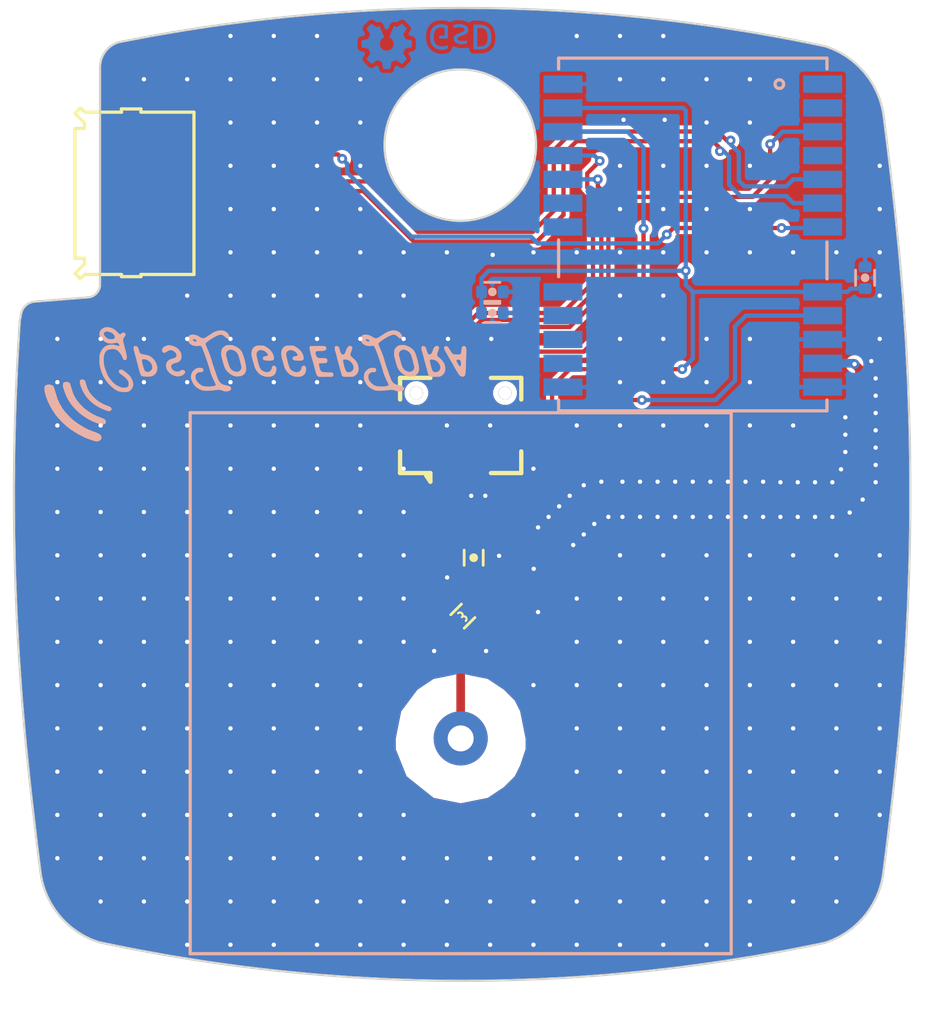
<source format=kicad_pcb>
(kicad_pcb (version 20221018) (generator pcbnew)
  (title_block (date "2016-07-15"))
  (layers (0 "F.Cu" signal) (1 "In1.Cu" signal) (2 "In2.Cu" signal) (31 "B.Cu" signal) (34 "B.Paste" user) (35 "F.Paste" user) (36 "B.SilkS" user "B.Silkscreen") (37 "F.SilkS" user "F.Silkscreen") (38 "B.Mask" user) (39 "F.Mask" user) (44 "Edge.Cuts" user))
  (net 0 "")
  (net 1 "GND")
  (net 2 "Net-(FLT1-Pad3)")
  (net 3 "Net-(U1-Pad1)")
  (net 4 "Net-(U1-Pad2)")
  (net 5 "Net-(U1-Pad4)")
  (net 6 "+3V3")
  (net 7 "Net-(U1-Pad14)")
  (net 8 "Net-(U1-Pad15)")
  (net 9 "Net-(U1-Pad16)")
  (net 10 "Net-(U1-Pad17)")
  (net 11 "Net-(U1-Pad18)")
  (net 12 "Net-(U1-Pad19)")
  (net 13 "Net-(J1-Pad10)")
  (net 14 "Net-(ANT1-Pad1)")
  (net 15 "Net-(J1-Pad5)")
  (net 16 "Net-(J1-Pad8)")
  (net 17 "/TX")
  (net 18 "/RX")
  (net 19 "/PPS")
  (net 20 "Net-(C4-Pad1)")
  (net 21 "Net-(FLT1-Pad1)")
  (net 22 "Net-(FLT2-Pad3)")
  (net 23 "Net-(L1-Pad1)")
  (net 24 "Net-(J2-Pad4)")
  (net 25 "/DATA_P")
  (net 26 "/DATA_N")
  (net 27 "Net-(J2-Pad1)")
  (footprint "gkl_conn:DF12(3.0)-10DS-0.5V(86)" (layer "F.Cu") (at 108.1 88.640852)
    (fp_text reference "J1")
    (fp_text value "JST DF12 10P")
  )
  (footprint "gkl_housings_son:SAW-5" (layer "F.Cu") (at 111.95 96.103352)
    (fp_text reference "FLT1" hide)
    (fp_text value "SF1186G" hide)
  )
  (footprint "gkl_housings_son:XSON6" (layer "F.Cu") (at 110.25 96.603352 -90)
    (fp_text reference "U2")
    (fp_text value "BGU7007")
  )
  (footprint "pkl_dipol:C_0402" (layer "F.Cu") (at 108.7 94.753352 90)
    (fp_text reference "C4")
    (fp_text value "1nF")
  )
  (footprint "gkl_housings_son:SAW-5" (layer "F.Cu") (at 108.1 99.253352 90)
    (fp_text reference "FLT2" hide)
    (fp_text value "SF1186G" hide)
  )
  (footprint "pkl_dipol:L_0402" (layer "F.Cu") (at 108.2 97.453352 -135)
    (fp_text reference "L1")
    (fp_text value "5.6nH")
  )
  (footprint "Connector_USB_Micro_B_SMD" (layer "F.Cu") (at 92.875 77.9125 180)
    (fp_text reference "J2")
    (fp_text value "USB_OTG")
  )
  (footprint "gkl_ublox:NEO-M8" (layer "B.Cu") (at 118.825 79.865852)
    (fp_text reference "U1")
    (fp_text value "NEO_M8")
  )
  (footprint "gkl_antenna:GPS_ANT" (layer "B.Cu") (at 108.1 103.103352 180)
    (fp_text reference "ANT1")
    (fp_text value "pkl_PATCH_ANTENNA")
  )
  (footprint "gkl_logos:gsd_logo_small" (layer "B.Cu") (at 108.1 70.603352)
    (fp_text reference "G***" hide)
    (fp_text value "LOGO" hide)
  )
  (footprint "gkl_logos:oshw_small" (layer "B.Cu") (at 104.6875 71.090852)
    (fp_text reference "G***" hide)
    (fp_text value "LOGO" hide)
  )
  (footprint "pkl_dipol:C_0402" (layer "B.Cu") (at 109.5625 83.440852)
    (fp_text reference "C1")
    (fp_text value "10nF")
  )
  (footprint "pkl_dipol:C_0402" (layer "B.Cu") (at 109.5625 82.465852)
    (fp_text reference "C2")
    (fp_text value "100nF")
  )
  (footprint "pkl_dipol:C_0402" (layer "B.Cu") (at 126.7875 81.815852 90)
    (fp_text reference "C3")
    (fp_text value "100nF")
  )
  (footprint "LOGO" (layer "B.Cu") (at 98.613241 86.740915 90)
    (fp_text reference "G***" hide)
    (fp_text value "LOGO" hide)
  )
  (gr_circle (center 108.080119 75.684581) (end 111.580119 75.684581) (stroke (width 0.1)) (fill none) (layer "Edge.Cuts"))
  (gr_arc (start 87.7959 83.442726) (mid 88.044211 83.060756) (end 88.475 82.9125) (stroke (width 0.1)) (layer "Edge.Cuts"))
  (gr_arc (start 88.692675 109.359319) (mid 88.41949 107.141316) (end 88.166428 104.920928) (stroke (width 0.1)) (layer "Edge.Cuts"))
  (gr_arc (start 128.13731 105.105737) (mid 127.888139 107.250403) (end 127.620189 109.392804) (stroke (width 0.1)) (layer "Edge.Cuts"))
  (gr_arc (start 124.958496 71.119507) (mid 126.7462 72.318322) (end 127.636746 74.277907) (stroke (width 0.1)) (layer "Edge.Cuts"))
  (gr_arc (start 108.173391 69.344324) (mid 116.612305 69.793549) (end 124.958496 71.119507) (stroke (width 0.1)) (layer "Edge.Cuts"))
  (gr_line (start 90.834678 82.72293) (end 88.475 82.9125) (stroke (width 0.1)) (layer "Edge.Cuts"))
  (gr_arc (start 127.620189 109.392804) (mid 126.727796 111.351549) (end 124.938961 112.548677) (stroke (width 0.1)) (layer "Edge.Cuts"))
  (gr_arc (start 91.434678 82.12293) (mid 91.258942 82.547194) (end 90.834678 82.72293) (stroke (width 0.1)) (layer "Edge.Cuts"))
  (gr_arc (start 88.166428 104.920927) (mid 87.481102 94.37813) (end 87.725741 83.815915) (stroke (width 0.1)) (layer "Edge.Cuts"))
  (gr_arc (start 92.275017 70.932833) (mid 100.184954 69.745749) (end 108.173391 69.344324) (stroke (width 0.1)) (layer "Edge.Cuts"))
  (gr_line (start 87.7959 83.442726) (end 87.725741 83.815915) (stroke (width 0.1)) (layer "Edge.Cuts"))
  (gr_line (start 91.434678 72.12293) (end 91.434678 82.12293) (stroke (width 0.1)) (layer "Edge.Cuts"))
  (gr_arc (start 108.152189 114.30803) (mid 99.713627 113.852245) (end 91.368469 112.519799) (stroke (width 0.1)) (layer "Edge.Cuts"))
  (gr_arc (start 124.938961 112.548677) (mid 116.591523 113.866764) (end 108.152189 114.30803) (stroke (width 0.1)) (layer "Edge.Cuts"))
  (gr_arc (start 128.149824 78.56546) (mid 128.87956 91.835946) (end 128.13731 105.105737) (stroke (width 0.1)) (layer "Edge.Cuts"))
  (gr_arc (start 91.434678 72.12293) (mid 91.656929 71.388129) (end 92.275017 70.932833) (stroke (width 0.1)) (layer "Edge.Cuts"))
  (gr_arc (start 91.368469 112.519799) (mid 89.581697 111.319595) (end 88.692675 109.359319) (stroke (width 0.1)) (layer "Edge.Cuts"))
  (gr_arc (start 127.636746 74.277907) (mid 127.902676 76.42056) (end 128.149824 78.56546) (stroke (width 0.1)) (layer "Edge.Cuts"))
  (segment (start 92.875 79.1125) (end 92.875 79.1125) (width 0.25) (layer "F.Cu") (net 1))
  (segment (start 92.875 76.7125) (end 92.875 76.7125) (width 0.25) (layer "F.Cu") (net 1))
  (segment (start 92.875 74.1125) (end 92.875 74.1125) (width 0.25) (layer "F.Cu") (net 1))
  (segment (start 92.875 81.7125) (end 92.875 83.765174) (width 0.25) (layer "F.Cu") (net 1))
  (segment (start 95.425 81.0125) (end 95.425 82.603352) (width 0.25) (layer "F.Cu") (net 1))
  (segment (start 95.425 74.715915) (end 95.425 72.678352) (width 0.25) (layer "F.Cu") (net 1))
  (segment (start 111.0375 97.103352) (end 111.275 96.865852) (width 0.2) (layer "F.Cu") (net 1))
  (segment (start 96.890852 79.2125) (end 97.4625 78.640852) (width 0.2) (layer "F.Cu") (net 1))
  (segment (start 111.95 96.353352) (end 111.95 96.990852) (width 0.2) (layer "F.Cu") (net 1))
  (segment (start 95.425 72.678352) (end 95.4625 72.640852) (width 0.25) (layer "F.Cu") (net 1))
  (segment (start 110.55 97.103352) (end 111.0375 97.103352) (width 0.2) (layer "F.Cu") (net 1))
  (segment (start 92.875 79.1125) (end 92.875 76.7125) (width 0.25) (layer "F.Cu") (net 1))
  (segment (start 112.335 96.353352) (end 112.335 96.805852) (width 0.2) (layer "F.Cu") (net 1))
  (segment (start 108.6 91.878352) (end 108.5875 91.890852) (width 0.2) (layer "F.Cu") (net 1))
  (segment (start 109.1 91.753352) (end 109.2375 91.890852) (width 0.2) (layer "F.Cu") (net 1))
  (segment (start 95.425 74.8125) (end 95.425 74.715915) (width 0.25) (layer "F.Cu") (net 1))
  (segment (start 111.6875 95.265852) (end 111.475 95.265852) (width 0.2) (layer "F.Cu") (net 1))
  (segment (start 92.875 81.7125) (end 92.875 79.1125) (width 0.25) (layer "F.Cu") (net 1))
  (segment (start 107.0625 99.253352) (end 106.875 99.065852) (width 0.2) (layer "F.Cu") (net 1))
  (segment (start 92.875 81.7125) (end 92.875 81.7125) (width 0.25) (layer "F.Cu") (net 1))
  (segment (start 107.85 99.253352) (end 107.0625 99.253352) (width 0.2) (layer "F.Cu") (net 1))
  (segment (start 92.875 74.1125) (end 92.875 72.491656) (width 0.25) (layer "F.Cu") (net 1))
  (segment (start 110.55 96.603352) (end 111.0125 96.603352) (width 0.2) (layer "F.Cu") (net 1))
  (segment (start 108.35 99.253352) (end 109.0875 99.253352) (width 0.2) (layer "F.Cu") (net 1))
  (segment (start 92.875 76.7125) (end 92.875 74.1125) (width 0.25) (layer "F.Cu") (net 1))
  (segment (start 111.95 95.853352) (end 111.95 95.528352) (width 0.2) (layer "F.Cu") (net 1))
  (segment (start 95.55 79.2125) (end 96.890852 79.2125) (width 0.2) (layer "F.Cu") (net 1))
  (segment (start 108.7 94.253352) (end 109.4625 94.253352) (width 0.2) (layer "F.Cu") (net 1))
  (segment (start 108.6 90.440852) (end 108.6 91.878352) (width 0.2) (layer "F.Cu") (net 1))
  (segment (start 95.425 81.0125) (end 95.425 81.0125) (width 0.25) (layer "F.Cu") (net 1))
  (segment (start 112.15 96.990852) (end 111.95 96.990852) (width 0.2) (layer "F.Cu") (net 1))
  (segment (start 109.0875 99.253352) (end 109.275 99.065852) (width 0.2) (layer "F.Cu") (net 1))
  (segment (start 112.335 96.805852) (end 112.15 96.990852) (width 0.2) (layer "F.Cu") (net 1))
  (segment (start 111.0125 96.603352) (end 111.275 96.865852) (width 0.2) (layer "F.Cu") (net 1))
  (segment (start 111.95 95.528352) (end 111.6875 95.265852) (width 0.2) (layer "F.Cu") (net 1))
  (segment (start 111.95 96.990852) (end 111.675 97.265852) (width 0.2) (layer "F.Cu") (net 1))
  (segment (start 95.425 82.603352) (end 95.4625 82.640852) (width 0.25) (layer "F.Cu") (net 1))
  (segment (start 109.0775 98.868352) (end 109.275 99.065852) (width 0.2) (layer "F.Cu") (net 1))
  (segment (start 109.1 90.440852) (end 109.1 91.753352) (width 0.2) (layer "F.Cu") (net 1))
  (segment (start 109.4625 94.253352) (end 109.875 94.665852) (width 0.2) (layer "F.Cu") (net 1))
  (segment (start 108.35 98.868352) (end 109.0775 98.868352) (width 0.2) (layer "F.Cu") (net 1))
  (segment (start 111.275 96.865852) (end 111.675 97.265852) (width 0.2) (layer "F.Cu") (net 1))
  (via (at 95.4625 112.640852) (size 0.45) (drill 0.2) (layers "F.Cu" "B.Cu") (net 1))
  (via (at 97.4625 112.640852) (size 0.45) (drill 0.2) (layers "F.Cu" "B.Cu") (net 1))
  (via (at 99.4625 112.640852) (size 0.45) (drill 0.2) (layers "F.Cu" "B.Cu") (net 1))
  (via (at 101.4625 112.640852) (size 0.45) (drill 0.2) (layers "F.Cu" "B.Cu") (net 1))
  (via (at 103.4625 112.640852) (size 0.45) (drill 0.2) (layers "F.Cu" "B.Cu") (net 1))
  (via (at 105.4625 112.640852) (size 0.45) (drill 0.2) (layers "F.Cu" "B.Cu") (net 1))
  (via (at 107.4625 112.640852) (size 0.45) (drill 0.2) (layers "F.Cu" "B.Cu") (net 1))
  (via (at 109.4625 112.640852) (size 0.45) (drill 0.2) (layers "F.Cu" "B.Cu") (net 1))
  (via (at 111.4625 112.640852) (size 0.45) (drill 0.2) (layers "F.Cu" "B.Cu") (net 1))
  (via (at 113.4625 112.640852) (size 0.45) (drill 0.2) (layers "F.Cu" "B.Cu") (net 1))
  (via (at 115.4625 112.640852) (size 0.45) (drill 0.2) (layers "F.Cu" "B.Cu") (net 1))
  (via (at 117.4625 112.640852) (size 0.45) (drill 0.2) (layers "F.Cu" "B.Cu") (net 1))
  (via (at 119.4625 112.640852) (size 0.45) (drill 0.2) (layers "F.Cu" "B.Cu") (net 1))
  (via (at 121.4625 112.640852) (size 0.45) (drill 0.2) (layers "F.Cu" "B.Cu") (net 1))
  (via (at 91.4625 110.640852) (size 0.45) (drill 0.2) (layers "F.Cu" "B.Cu") (net 1))
  (via (at 93.4625 110.640852) (size 0.45) (drill 0.2) (layers "F.Cu" "B.Cu") (net 1))
  (via (at 95.4625 110.640852) (size 0.45) (drill 0.2) (layers "F.Cu" "B.Cu") (net 1))
  (via (at 97.4625 110.640852) (size 0.45) (drill 0.2) (layers "F.Cu" "B.Cu") (net 1))
  (via (at 99.4625 110.640852) (size 0.45) (drill 0.2) (layers "F.Cu" "B.Cu") (net 1))
  (via (at 101.4625 110.640852) (size 0.45) (drill 0.2) (layers "F.Cu" "B.Cu") (net 1))
  (via (at 103.4625 110.640852) (size 0.45) (drill 0.2) (layers "F.Cu" "B.Cu") (net 1))
  (via (at 105.4625 110.640852) (size 0.45) (drill 0.2) (layers "F.Cu" "B.Cu") (net 1))
  (via (at 107.4625 110.640852) (size 0.45) (drill 0.2) (layers "F.Cu" "B.Cu") (net 1))
  (via (at 109.4625 110.640852) (size 0.45) (drill 0.2) (layers "F.Cu" "B.Cu") (net 1))
  (via (at 111.4625 110.640852) (size 0.45) (drill 0.2) (layers "F.Cu" "B.Cu") (net 1))
  (via (at 113.4625 110.640852) (size 0.45) (drill 0.2) (layers "F.Cu" "B.Cu") (net 1))
  (via (at 115.4625 110.640852) (size 0.45) (drill 0.2) (layers "F.Cu" "B.Cu") (net 1))
  (via (at 117.4625 110.640852) (size 0.45) (drill 0.2) (layers "F.Cu" "B.Cu") (net 1))
  (via (at 119.4625 110.640852) (size 0.45) (drill 0.2) (layers "F.Cu" "B.Cu") (net 1))
  (via (at 121.4625 110.640852) (size 0.45) (drill 0.2) (layers "F.Cu" "B.Cu") (net 1))
  (via (at 123.4625 110.640852) (size 0.45) (drill 0.2) (layers "F.Cu" "B.Cu") (net 1))
  (via (at 125.4625 110.640852) (size 0.45) (drill 0.2) (layers "F.Cu" "B.Cu") (net 1))
  (via (at 89.4625 108.640852) (size 0.45) (drill 0.2) (layers "F.Cu" "B.Cu") (net 1))
  (via (at 91.4625 108.640852) (size 0.45) (drill 0.2) (layers "F.Cu" "B.Cu") (net 1))
  (via (at 93.4625 108.640852) (size 0.45) (drill 0.2) (layers "F.Cu" "B.Cu") (net 1))
  (via (at 95.4625 108.640852) (size 0.45) (drill 0.2) (layers "F.Cu" "B.Cu") (net 1))
  (via (at 97.4625 108.640852) (size 0.45) (drill 0.2) (layers "F.Cu" "B.Cu") (net 1))
  (via (at 99.4625 108.640852) (size 0.45) (drill 0.2) (layers "F.Cu" "B.Cu") (net 1))
  (via (at 101.4625 108.640852) (size 0.45) (drill 0.2) (layers "F.Cu" "B.Cu") (net 1))
  (via (at 103.4625 108.640852) (size 0.45) (drill 0.2) (layers "F.Cu" "B.Cu") (net 1))
  (via (at 105.4625 108.640852) (size 0.45) (drill 0.2) (layers "F.Cu" "B.Cu") (net 1))
  (via (at 107.4625 108.640852) (size 0.45) (drill 0.2) (layers "F.Cu" "B.Cu") (net 1))
  (via (at 109.4625 108.640852) (size 0.45) (drill 0.2) (layers "F.Cu" "B.Cu") (net 1))
  (via (at 111.4625 108.640852) (size 0.45) (drill 0.2) (layers "F.Cu" "B.Cu") (net 1))
  (via (at 113.4625 108.640852) (size 0.45) (drill 0.2) (layers "F.Cu" "B.Cu") (net 1))
  (via (at 115.4625 108.640852) (size 0.45) (drill 0.2) (layers "F.Cu" "B.Cu") (net 1))
  (via (at 117.4625 108.640852) (size 0.45) (drill 0.2) (layers "F.Cu" "B.Cu") (net 1))
  (via (at 119.4625 108.640852) (size 0.45) (drill 0.2) (layers "F.Cu" "B.Cu") (net 1))
  (via (at 121.4625 108.640852) (size 0.45) (drill 0.2) (layers "F.Cu" "B.Cu") (net 1))
  (via (at 123.4625 108.640852) (size 0.45) (drill 0.2) (layers "F.Cu" "B.Cu") (net 1))
  (via (at 125.4625 108.640852) (size 0.45) (drill 0.2) (layers "F.Cu" "B.Cu") (net 1))
  (via (at 89.4625 106.640852) (size 0.45) (drill 0.2) (layers "F.Cu" "B.Cu") (net 1))
  (via (at 91.4625 106.640852) (size 0.45) (drill 0.2) (layers "F.Cu" "B.Cu") (net 1))
  (via (at 93.4625 106.640852) (size 0.45) (drill 0.2) (layers "F.Cu" "B.Cu") (net 1))
  (via (at 95.4625 106.640852) (size 0.45) (drill 0.2) (layers "F.Cu" "B.Cu") (net 1))
  (via (at 97.4625 106.640852) (size 0.45) (drill 0.2) (layers "F.Cu" "B.Cu") (net 1))
  (via (at 99.4625 106.640852) (size 0.45) (drill 0.2) (layers "F.Cu" "B.Cu") (net 1))
  (via (at 101.4625 106.640852) (size 0.45) (drill 0.2) (layers "F.Cu" "B.Cu") (net 1))
  (via (at 103.4625 106.640852) (size 0.45) (drill 0.2) (layers "F.Cu" "B.Cu") (net 1))
  (via (at 105.4625 106.640852) (size 0.45) (drill 0.2) (layers "F.Cu" "B.Cu") (net 1))
  (via (at 111.4625 106.640852) (size 0.45) (drill 0.2) (layers "F.Cu" "B.Cu") (net 1))
  (via (at 113.4625 106.640852) (size 0.45) (drill 0.2) (layers "F.Cu" "B.Cu") (net 1))
  (via (at 115.4625 106.640852) (size 0.45) (drill 0.2) (layers "F.Cu" "B.Cu") (net 1))
  (via (at 117.4625 106.640852) (size 0.45) (drill 0.2) (layers "F.Cu" "B.Cu") (net 1))
  (via (at 119.4625 106.640852) (size 0.45) (drill 0.2) (layers "F.Cu" "B.Cu") (net 1))
  (via (at 121.4625 106.640852) (size 0.45) (drill 0.2) (layers "F.Cu" "B.Cu") (net 1))
  (via (at 123.4625 106.640852) (size 0.45) (drill 0.2) (layers "F.Cu" "B.Cu") (net 1))
  (via (at 125.4625 106.640852) (size 0.45) (drill 0.2) (layers "F.Cu" "B.Cu") (net 1))
  (via (at 127.4625 106.640852) (size 0.45) (drill 0.2) (layers "F.Cu" "B.Cu") (net 1))
  (via (at 89.4625 104.640852) (size 0.45) (drill 0.2) (layers "F.Cu" "B.Cu") (net 1))
  (via (at 91.4625 104.640852) (size 0.45) (drill 0.2) (layers "F.Cu" "B.Cu") (net 1))
  (via (at 93.4625 104.640852) (size 0.45) (drill 0.2) (layers "F.Cu" "B.Cu") (net 1))
  (via (at 95.4625 104.640852) (size 0.45) (drill 0.2) (layers "F.Cu" "B.Cu") (net 1))
  (via (at 97.4625 104.640852) (size 0.45) (drill 0.2) (layers "F.Cu" "B.Cu") (net 1))
  (via (at 99.4625 104.640852) (size 0.45) (drill 0.2) (layers "F.Cu" "B.Cu") (net 1))
  (via (at 101.4625 104.640852) (size 0.45) (drill 0.2) (layers "F.Cu" "B.Cu") (net 1))
  (via (at 103.4625 104.640852) (size 0.45) (drill 0.2) (layers "F.Cu" "B.Cu") (net 1))
  (via (at 113.4625 104.640852) (size 0.45) (drill 0.2) (layers "F.Cu" "B.Cu") (net 1))
  (via (at 115.4625 104.640852) (size 0.45) (drill 0.2) (layers "F.Cu" "B.Cu") (net 1))
  (via (at 117.4625 104.640852) (size 0.45) (drill 0.2) (layers "F.Cu" "B.Cu") (net 1))
  (via (at 119.4625 104.640852) (size 0.45) (drill 0.2) (layers "F.Cu" "B.Cu") (net 1))
  (via (at 121.4625 104.640852) (size 0.45) (drill 0.2) (layers "F.Cu" "B.Cu") (net 1))
  (via (at 123.4625 104.640852) (size 0.45) (drill 0.2) (layers "F.Cu" "B.Cu") (net 1))
  (via (at 125.4625 104.640852) (size 0.45) (drill 0.2) (layers "F.Cu" "B.Cu") (net 1))
  (via (at 127.4625 104.640852) (size 0.45) (drill 0.2) (layers "F.Cu" "B.Cu") (net 1))
  (via (at 89.4625 102.640852) (size 0.45) (drill 0.2) (layers "F.Cu" "B.Cu") (net 1))
  (via (at 91.4625 102.640852) (size 0.45) (drill 0.2) (layers "F.Cu" "B.Cu") (net 1))
  (via (at 93.4625 102.640852) (size 0.45) (drill 0.2) (layers "F.Cu" "B.Cu") (net 1))
  (via (at 95.4625 102.640852) (size 0.45) (drill 0.2) (layers "F.Cu" "B.Cu") (net 1))
  (via (at 97.4625 102.640852) (size 0.45) (drill 0.2) (layers "F.Cu" "B.Cu") (net 1))
  (via (at 99.4625 102.640852) (size 0.45) (drill 0.2) (layers "F.Cu" "B.Cu") (net 1))
  (via (at 101.4625 102.640852) (size 0.45) (drill 0.2) (layers "F.Cu" "B.Cu") (net 1))
  (via (at 103.4625 102.640852) (size 0.45) (drill 0.2) (layers "F.Cu" "B.Cu") (net 1))
  (via (at 113.4625 102.640852) (size 0.45) (drill 0.2) (layers "F.Cu" "B.Cu") (net 1))
  (via (at 115.4625 102.640852) (size 0.45) (drill 0.2) (layers "F.Cu" "B.Cu") (net 1))
  (via (at 117.4625 102.640852) (size 0.45) (drill 0.2) (layers "F.Cu" "B.Cu") (net 1))
  (via (at 119.4625 102.640852) (size 0.45) (drill 0.2) (layers "F.Cu" "B.Cu") (net 1))
  (via (at 121.4625 102.640852) (size 0.45) (drill 0.2) (layers "F.Cu" "B.Cu") (net 1))
  (via (at 123.4625 102.640852) (size 0.45) (drill 0.2) (layers "F.Cu" "B.Cu") (net 1))
  (via (at 125.4625 102.640852) (size 0.45) (drill 0.2) (layers "F.Cu" "B.Cu") (net 1))
  (via (at 127.4625 102.640852) (size 0.45) (drill 0.2) (layers "F.Cu" "B.Cu") (net 1))
  (via (at 89.4625 100.640852) (size 0.45) (drill 0.2) (layers "F.Cu" "B.Cu") (net 1))
  (via (at 91.4625 100.640852) (size 0.45) (drill 0.2) (layers "F.Cu" "B.Cu") (net 1))
  (via (at 93.4625 100.640852) (size 0.45) (drill 0.2) (layers "F.Cu" "B.Cu") (net 1))
  (via (at 95.4625 100.640852) (size 0.45) (drill 0.2) (layers "F.Cu" "B.Cu") (net 1))
  (via (at 97.4625 100.640852) (size 0.45) (drill 0.2) (layers "F.Cu" "B.Cu") (net 1))
  (via (at 99.4625 100.640852) (size 0.45) (drill 0.2) (layers "F.Cu" "B.Cu") (net 1))
  (via (at 101.4625 100.640852) (size 0.45) (drill 0.2) (layers "F.Cu" "B.Cu") (net 1))
  (via (at 103.4625 100.640852) (size 0.45) (drill 0.2) (layers "F.Cu" "B.Cu") (net 1))
  (via (at 111.4625 100.640852) (size 0.45) (drill 0.2) (layers "F.Cu" "B.Cu") (net 1))
  (via (at 113.4625 100.640852) (size 0.45) (drill 0.2) (layers "F.Cu" "B.Cu") (net 1))
  (via (at 115.4625 100.640852) (size 0.45) (drill 0.2) (layers "F.Cu" "B.Cu") (net 1))
  (via (at 117.4625 100.640852) (size 0.45) (drill 0.2) (layers "F.Cu" "B.Cu") (net 1))
  (via (at 119.4625 100.640852) (size 0.45) (drill 0.2) (layers "F.Cu" "B.Cu") (net 1))
  (via (at 121.4625 100.640852) (size 0.45) (drill 0.2) (layers "F.Cu" "B.Cu") (net 1))
  (via (at 123.4625 100.640852) (size 0.45) (drill 0.2) (layers "F.Cu" "B.Cu") (net 1))
  (via (at 125.4625 100.640852) (size 0.45) (drill 0.2) (layers "F.Cu" "B.Cu") (net 1))
  (via (at 127.4625 100.640852) (size 0.45) (drill 0.2) (layers "F.Cu" "B.Cu") (net 1))
  (via (at 89.4625 98.640852) (size 0.45) (drill 0.2) (layers "F.Cu" "B.Cu") (net 1))
  (via (at 91.4625 98.640852) (size 0.45) (drill 0.2) (layers "F.Cu" "B.Cu") (net 1))
  (via (at 93.4625 98.640852) (size 0.45) (drill 0.2) (layers "F.Cu" "B.Cu") (net 1))
  (via (at 95.4625 98.640852) (size 0.45) (drill 0.2) (layers "F.Cu" "B.Cu") (net 1))
  (via (at 97.4625 98.640852) (size 0.45) (drill 0.2) (layers "F.Cu" "B.Cu") (net 1))
  (via (at 99.4625 98.640852) (size 0.45) (drill 0.2) (layers "F.Cu" "B.Cu") (net 1))
  (via (at 101.4625 98.640852) (size 0.45) (drill 0.2) (layers "F.Cu" "B.Cu") (net 1))
  (via (at 103.4625 98.640852) (size 0.45) (drill 0.2) (layers "F.Cu" "B.Cu") (net 1))
  (via (at 105.4625 98.640852) (size 0.45) (drill 0.2) (layers "F.Cu" "B.Cu") (net 1))
  (via (at 113.4625 98.640852) (size 0.45) (drill 0.2) (layers "F.Cu" "B.Cu") (net 1))
  (via (at 115.4625 98.640852) (size 0.45) (drill 0.2) (layers "F.Cu" "B.Cu") (net 1))
  (via (at 117.4625 98.640852) (size 0.45) (drill 0.2) (layers "F.Cu" "B.Cu") (net 1))
  (via (at 119.4625 98.640852) (size 0.45) (drill 0.2) (layers "F.Cu" "B.Cu") (net 1))
  (via (at 121.4625 98.640852) (size 0.45) (drill 0.2) (layers "F.Cu" "B.Cu") (net 1))
  (via (at 123.4625 98.640852) (size 0.45) (drill 0.2) (layers "F.Cu" "B.Cu") (net 1))
  (via (at 125.4625 98.640852) (size 0.45) (drill 0.2) (layers "F.Cu" "B.Cu") (net 1))
  (via (at 127.4625 98.640852) (size 0.45) (drill 0.2) (layers "F.Cu" "B.Cu") (net 1))
  (via (at 89.4625 96.640852) (size 0.45) (drill 0.2) (layers "F.Cu" "B.Cu") (net 1))
  (via (at 91.4625 96.640852) (size 0.45) (drill 0.2) (layers "F.Cu" "B.Cu") (net 1))
  (via (at 93.4625 96.640852) (size 0.45) (drill 0.2) (layers "F.Cu" "B.Cu") (net 1))
  (via (at 95.4625 96.640852) (size 0.45) (drill 0.2) (layers "F.Cu" "B.Cu") (net 1))
  (via (at 97.4625 96.640852) (size 0.45) (drill 0.2) (layers "F.Cu" "B.Cu") (net 1))
  (via (at 99.4625 96.640852) (size 0.45) (drill 0.2) (layers "F.Cu" "B.Cu") (net 1))
  (via (at 101.4625 96.640852) (size 0.45) (drill 0.2) (layers "F.Cu" "B.Cu") (net 1))
  (via (at 103.4625 96.640852) (size 0.45) (drill 0.2) (layers "F.Cu" "B.Cu") (net 1))
  (via (at 105.4625 96.640852) (size 0.45) (drill 0.2) (layers "F.Cu" "B.Cu") (net 1))
  (via (at 113.4625 96.640852) (size 0.45) (drill 0.2) (layers "F.Cu" "B.Cu") (net 1))
  (via (at 115.4625 96.640852) (size 0.45) (drill 0.2) (layers "F.Cu" "B.Cu") (net 1))
  (via (at 117.4625 96.640852) (size 0.45) (drill 0.2) (layers "F.Cu" "B.Cu") (net 1))
  (via (at 119.4625 96.640852) (size 0.45) (drill 0.2) (layers "F.Cu" "B.Cu") (net 1))
  (via (at 121.4625 96.640852) (size 0.45) (drill 0.2) (layers "F.Cu" "B.Cu") (net 1))
  (via (at 123.4625 96.640852) (size 0.45) (drill 0.2) (layers "F.Cu" "B.Cu") (net 1))
  (via (at 125.4625 96.640852) (size 0.45) (drill 0.2) (layers "F.Cu" "B.Cu") (net 1))
  (via (at 127.4625 96.640852) (size 0.45) (drill 0.2) (layers "F.Cu" "B.Cu") (net 1))
  (via (at 89.4625 94.640852) (size 0.45) (drill 0.2) (layers "F.Cu" "B.Cu") (net 1))
  (via (at 91.4625 94.640852) (size 0.45) (drill 0.2) (layers "F.Cu" "B.Cu") (net 1))
  (via (at 93.4625 94.640852) (size 0.45) (drill 0.2) (layers "F.Cu" "B.Cu") (net 1))
  (via (at 95.4625 94.640852) (size 0.45) (drill 0.2) (layers "F.Cu" "B.Cu") (net 1))
  (via (at 97.4625 94.640852) (size 0.45) (drill 0.2) (layers "F.Cu" "B.Cu") (net 1))
  (via (at 99.4625 94.640852) (size 0.45) (drill 0.2) (layers "F.Cu" "B.Cu") (net 1))
  (via (at 101.4625 94.640852) (size 0.45) (drill 0.2) (layers "F.Cu" "B.Cu") (net 1))
  (via (at 103.4625 94.640852) (size 0.45) (drill 0.2) (layers "F.Cu" "B.Cu") (net 1))
  (via (at 105.4625 94.640852) (size 0.45) (drill 0.2) (layers "F.Cu" "B.Cu") (net 1))
  (via (at 115.4625 94.640852) (size 0.45) (drill 0.2) (layers "F.Cu" "B.Cu") (net 1))
  (via (at 117.4625 94.640852) (size 0.45) (drill 0.2) (layers "F.Cu" "B.Cu") (net 1))
  (via (at 119.4625 94.640852) (size 0.45) (drill 0.2) (layers "F.Cu" "B.Cu") (net 1))
  (via (at 121.4625 94.640852) (size 0.45) (drill 0.2) (layers "F.Cu" "B.Cu") (net 1))
  (via (at 123.4625 94.640852) (size 0.45) (drill 0.2) (layers "F.Cu" "B.Cu") (net 1))
  (via (at 125.4625 94.640852) (size 0.45) (drill 0.2) (layers "F.Cu" "B.Cu") (net 1))
  (via (at 127.4625 94.640852) (size 0.45) (drill 0.2) (layers "F.Cu" "B.Cu") (net 1))
  (via (at 89.4625 92.640852) (size 0.45) (drill 0.2) (layers "F.Cu" "B.Cu") (net 1))
  (via (at 91.4625 92.640852) (size 0.45) (drill 0.2) (layers "F.Cu" "B.Cu") (net 1))
  (via (at 93.4625 92.640852) (size 0.45) (drill 0.2) (layers "F.Cu" "B.Cu") (net 1))
  (via (at 95.4625 92.640852) (size 0.45) (drill 0.2) (layers "F.Cu" "B.Cu") (net 1))
  (via (at 97.4625 92.640852) (size 0.45) (drill 0.2) (layers "F.Cu" "B.Cu") (net 1))
  (via (at 99.4625 92.640852) (size 0.45) (drill 0.2) (layers "F.Cu" "B.Cu") (net 1))
  (via (at 101.4625 92.640852) (size 0.45) (drill 0.2) (layers "F.Cu" "B.Cu") (net 1))
  (via (at 103.4625 92.640852) (size 0.45) (drill 0.2) (layers "F.Cu" "B.Cu") (net 1))
  (via (at 105.4625 92.640852) (size 0.45) (drill 0.2) (layers "F.Cu" "B.Cu") (net 1))
  (via (at 89.4625 90.640852) (size 0.45) (drill 0.2) (layers "F.Cu" "B.Cu") (net 1))
  (via (at 91.4625 90.640852) (size 0.45) (drill 0.2) (layers "F.Cu" "B.Cu") (net 1))
  (via (at 93.4625 90.640852) (size 0.45) (drill 0.2) (layers "F.Cu" "B.Cu") (net 1))
  (via (at 95.4625 90.640852) (size 0.45) (drill 0.2) (layers "F.Cu" "B.Cu") (net 1))
  (via (at 97.4625 90.640852) (size 0.45) (drill 0.2) (layers "F.Cu" "B.Cu") (net 1))
  (via (at 99.4625 90.640852) (size 0.45) (drill 0.2) (layers "F.Cu" "B.Cu") (net 1))
  (via (at 101.4625 90.640852) (size 0.45) (drill 0.2) (layers "F.Cu" "B.Cu") (net 1))
  (via (at 103.4625 90.640852) (size 0.45) (drill 0.2) (layers "F.Cu" "B.Cu") (net 1))
  (via (at 105.4625 90.640852) (size 0.45) (drill 0.2) (layers "F.Cu" "B.Cu") (net 1))
  (via (at 111.4625 90.640852) (size 0.45) (drill 0.2) (layers "F.Cu" "B.Cu") (net 1))
  (via (at 89.4625 88.640852) (size 0.45) (drill 0.2) (layers "F.Cu" "B.Cu") (net 1))
  (via (at 91.4625 88.640852) (size 0.45) (drill 0.2) (layers "F.Cu" "B.Cu") (net 1))
  (via (at 93.4625 88.640852) (size 0.45) (drill 0.2) (layers "F.Cu" "B.Cu") (net 1))
  (via (at 95.4625 88.640852) (size 0.45) (drill 0.2) (layers "F.Cu" "B.Cu") (net 1))
  (via (at 97.4625 88.640852) (size 0.45) (drill 0.2) (layers "F.Cu" "B.Cu") (net 1))
  (via (at 99.4625 88.640852) (size 0.45) (drill 0.2) (layers "F.Cu" "B.Cu") (net 1))
  (via (at 101.4625 88.640852) (size 0.45) (drill 0.2) (layers "F.Cu" "B.Cu") (net 1))
  (via (at 103.4625 88.640852) (size 0.45) (drill 0.2) (layers "F.Cu" "B.Cu") (net 1))
  (via (at 107.4625 88.640852) (size 0.45) (drill 0.2) (layers "F.Cu" "B.Cu") (net 1))
  (via (at 109.4625 88.640852) (size 0.45) (drill 0.2) (layers "F.Cu" "B.Cu") (net 1))
  (via (at 113.4625 88.640852) (size 0.45) (drill 0.2) (layers "F.Cu" "B.Cu") (net 1))
  (via (at 115.4625 88.640852) (size 0.45) (drill 0.2) (layers "F.Cu" "B.Cu") (net 1))
  (via (at 117.4625 88.640852) (size 0.45) (drill 0.2) (layers "F.Cu" "B.Cu") (net 1))
  (via (at 119.4625 88.640852) (size 0.45) (drill 0.2) (layers "F.Cu" "B.Cu") (net 1))
  (via (at 121.4625 88.640852) (size 0.45) (drill 0.2) (layers "F.Cu" "B.Cu") (net 1))
  (via (at 123.4625 88.640852) (size 0.45) (drill 0.2) (layers "F.Cu" "B.Cu") (net 1))
  (via (at 89.4625 86.640852) (size 0.45) (drill 0.2) (layers "F.Cu" "B.Cu") (net 1))
  (via (at 91.4625 86.640852) (size 0.45) (drill 0.2) (layers "F.Cu" "B.Cu") (net 1))
  (via (at 93.4625 86.640852) (size 0.45) (drill 0.2) (layers "F.Cu" "B.Cu") (net 1))
  (via (at 95.4625 86.640852) (size 0.45) (drill 0.2) (layers "F.Cu" "B.Cu") (net 1))
  (via (at 97.4625 86.640852) (size 0.45) (drill 0.2) (layers "F.Cu" "B.Cu") (net 1))
  (via (at 99.4625 86.640852) (size 0.45) (drill 0.2) (layers "F.Cu" "B.Cu") (net 1))
  (via (at 101.4625 86.640852) (size 0.45) (drill 0.2) (layers "F.Cu" "B.Cu") (net 1))
  (via (at 103.4625 86.640852) (size 0.45) (drill 0.2) (layers "F.Cu" "B.Cu") (net 1))
  (via (at 115.4625 86.640852) (size 0.45) (drill 0.2) (layers "F.Cu" "B.Cu") (net 1))
  (via (at 117.4625 86.640852) (size 0.45) (drill 0.2) (layers "F.Cu" "B.Cu") (net 1))
  (via (at 119.4625 86.640852) (size 0.45) (drill 0.2) (layers "F.Cu" "B.Cu") (net 1))
  (via (at 121.4625 86.640852) (size 0.45) (drill 0.2) (layers "F.Cu" "B.Cu") (net 1))
  (via (at 89.4625 84.640852) (size 0.45) (drill 0.2) (layers "F.Cu" "B.Cu") (net 1))
  (via (at 91.4625 84.640852) (size 0.45) (drill 0.2) (layers "F.Cu" "B.Cu") (net 1))
  (via (at 93.4625 84.640852) (size 0.45) (drill 0.2) (layers "F.Cu" "B.Cu") (net 1))
  (via (at 95.4625 84.640852) (size 0.45) (drill 0.2) (layers "F.Cu" "B.Cu") (net 1))
  (via (at 97.4625 84.640852) (size 0.45) (drill 0.2) (layers "F.Cu" "B.Cu") (net 1))
  (via (at 99.4625 84.640852) (size 0.45) (drill 0.2) (layers "F.Cu" "B.Cu") (net 1))
  (via (at 101.4625 84.640852) (size 0.45) (drill 0.2) (layers "F.Cu" "B.Cu") (net 1))
  (via (at 103.4625 84.640852) (size 0.45) (drill 0.2) (layers "F.Cu" "B.Cu") (net 1))
  (via (at 105.4625 84.640852) (size 0.45) (drill 0.2) (layers "F.Cu" "B.Cu") (net 1))
  (via (at 115.4625 84.640852) (size 0.45) (drill 0.2) (layers "F.Cu" "B.Cu") (net 1))
  (via (at 117.4625 84.640852) (size 0.45) (drill 0.2) (layers "F.Cu" "B.Cu") (net 1))
  (via (at 119.4625 84.640852) (size 0.45) (drill 0.2) (layers "F.Cu" "B.Cu") (net 1))
  (via (at 121.4625 84.640852) (size 0.45) (drill 0.2) (layers "F.Cu" "B.Cu") (net 1))
  (via (at 127.4625 84.640852) (size 0.45) (drill 0.2) (layers "F.Cu" "B.Cu") (net 1))
  (via (at 95.4625 82.640852) (size 0.45) (drill 0.2) (layers "F.Cu" "B.Cu") (net 1))
  (via (at 97.4625 82.640852) (size 0.45) (drill 0.2) (layers "F.Cu" "B.Cu") (net 1))
  (via (at 99.4625 82.640852) (size 0.45) (drill 0.2) (layers "F.Cu" "B.Cu") (net 1))
  (via (at 101.4625 82.640852) (size 0.45) (drill 0.2) (layers "F.Cu" "B.Cu") (net 1))
  (via (at 103.4625 82.640852) (size 0.45) (drill 0.2) (layers "F.Cu" "B.Cu") (net 1))
  (via (at 105.4625 82.640852) (size 0.45) (drill 0.2) (layers "F.Cu" "B.Cu") (net 1))
  (via (at 115.4625 82.640852) (size 0.45) (drill 0.2) (layers "F.Cu" "B.Cu") (net 1))
  (via (at 117.4625 82.640852) (size 0.45) (drill 0.2) (layers "F.Cu" "B.Cu") (net 1))
  (via (at 127.4625 82.640852) (size 0.45) (drill 0.2) (layers "F.Cu" "B.Cu") (net 1))
  (via (at 97.4625 80.640852) (size 0.45) (drill 0.2) (layers "F.Cu" "B.Cu") (net 1))
  (via (at 99.4625 80.640852) (size 0.45) (drill 0.2) (layers "F.Cu" "B.Cu") (net 1))
  (via (at 101.4625 80.640852) (size 0.45) (drill 0.2) (layers "F.Cu" "B.Cu") (net 1))
  (via (at 103.4625 80.640852) (size 0.45) (drill 0.2) (layers "F.Cu" "B.Cu") (net 1))
  (via (at 105.4625 80.640852) (size 0.45) (drill 0.2) (layers "F.Cu" "B.Cu") (net 1))
  (via (at 107.4625 80.640852) (size 0.45) (drill 0.2) (layers "F.Cu" "B.Cu") (net 1))
  (via (at 111.4625 80.640852) (size 0.45) (drill 0.2) (layers "F.Cu" "B.Cu") (net 1))
  (via (at 113.4625 80.640852) (size 0.45) (drill 0.2) (layers "F.Cu" "B.Cu") (net 1))
  (via (at 115.4625 80.640852) (size 0.45) (drill 0.2) (layers "F.Cu" "B.Cu") (net 1))
  (via (at 117.4625 80.640852) (size 0.45) (drill 0.2) (layers "F.Cu" "B.Cu") (net 1))
  (via (at 119.4625 80.640852) (size 0.45) (drill 0.2) (layers "F.Cu" "B.Cu") (net 1))
  (via (at 121.4625 80.640852) (size 0.45) (drill 0.2) (layers "F.Cu" "B.Cu") (net 1))
  (via (at 123.4625 80.640852) (size 0.45) (drill 0.2) (layers "F.Cu" "B.Cu") (net 1))
  (via (at 125.4625 80.640852) (size 0.45) (drill 0.2) (layers "F.Cu" "B.Cu") (net 1))
  (via (at 127.4625 80.640852) (size 0.45) (drill 0.2) (layers "F.Cu" "B.Cu") (net 1))
  (via (at 97.4625 78.640852) (size 0.45) (drill 0.2) (layers "F.Cu" "B.Cu") (net 1))
  (via (at 99.4625 78.640852) (size 0.45) (drill 0.2) (layers "F.Cu" "B.Cu") (net 1))
  (via (at 101.4625 78.640852) (size 0.45) (drill 0.2) (layers "F.Cu" "B.Cu") (net 1))
  (via (at 103.4625 78.640852) (size 0.45) (drill 0.2) (layers "F.Cu" "B.Cu") (net 1))
  (via (at 115.4625 78.640852) (size 0.45) (drill 0.2) (layers "F.Cu" "B.Cu") (net 1))
  (via (at 117.4625 78.640852) (size 0.45) (drill 0.2) (layers "F.Cu" "B.Cu") (net 1))
  (via (at 119.4625 78.640852) (size 0.45) (drill 0.2) (layers "F.Cu" "B.Cu") (net 1))
  (via (at 121.4625 78.640852) (size 0.45) (drill 0.2) (layers "F.Cu" "B.Cu") (net 1))
  (via (at 127.4625 78.640852) (size 0.45) (drill 0.2) (layers "F.Cu" "B.Cu") (net 1))
  (via (at 97.4625 76.640852) (size 0.45) (drill 0.2) (layers "F.Cu" "B.Cu") (net 1))
  (via (at 99.4625 76.640852) (size 0.45) (drill 0.2) (layers "F.Cu" "B.Cu") (net 1))
  (via (at 101.4625 76.640852) (size 0.45) (drill 0.2) (layers "F.Cu" "B.Cu") (net 1))
  (via (at 103.4625 76.640852) (size 0.45) (drill 0.2) (layers "F.Cu" "B.Cu") (net 1))
  (via (at 115.4625 76.640852) (size 0.45) (drill 0.2) (layers "F.Cu" "B.Cu") (net 1))
  (via (at 117.4625 76.640852) (size 0.45) (drill 0.2) (layers "F.Cu" "B.Cu") (net 1))
  (via (at 119.4625 76.640852) (size 0.45) (drill 0.2) (layers "F.Cu" "B.Cu") (net 1))
  (via (at 121.4625 76.640852) (size 0.45) (drill 0.2) (layers "F.Cu" "B.Cu") (net 1))
  (via (at 127.4625 76.640852) (size 0.45) (drill 0.2) (layers "F.Cu" "B.Cu") (net 1))
  (via (at 97.4625 74.640852) (size 0.45) (drill 0.2) (layers "F.Cu" "B.Cu") (net 1))
  (via (at 99.4625 74.640852) (size 0.45) (drill 0.2) (layers "F.Cu" "B.Cu") (net 1))
  (via (at 101.4625 74.640852) (size 0.45) (drill 0.2) (layers "F.Cu" "B.Cu") (net 1))
  (via (at 103.4625 74.640852) (size 0.45) (drill 0.2) (layers "F.Cu" "B.Cu") (net 1))
  (via (at 119.4625 74.640852) (size 0.45) (drill 0.2) (layers "F.Cu" "B.Cu") (net 1))
  (via (at 121.4625 74.640852) (size 0.45) (drill 0.2) (layers "F.Cu" "B.Cu") (net 1))
  (via (at 93.4625 72.640852) (size 0.45) (drill 0.2) (layers "F.Cu" "B.Cu") (net 1))
  (via (at 95.4625 72.640852) (size 0.45) (drill 0.2) (layers "F.Cu" "B.Cu") (net 1))
  (via (at 97.4625 72.640852) (size 0.45) (drill 0.2) (layers "F.Cu" "B.Cu") (net 1))
  (via (at 99.4625 72.640852) (size 0.45) (drill 0.2) (layers "F.Cu" "B.Cu") (net 1))
  (via (at 101.4625 72.640852) (size 0.45) (drill 0.2) (layers "F.Cu" "B.Cu") (net 1))
  (via (at 103.4625 72.640852) (size 0.45) (drill 0.2) (layers "F.Cu" "B.Cu") (net 1))
  (via (at 115.4625 72.640852) (size 0.45) (drill 0.2) (layers "F.Cu" "B.Cu") (net 1))
  (via (at 117.4625 72.640852) (size 0.45) (drill 0.2) (layers "F.Cu" "B.Cu") (net 1))
  (via (at 119.4625 72.640852) (size 0.45) (drill 0.2) (layers "F.Cu" "B.Cu") (net 1))
  (via (at 121.4625 72.640852) (size 0.45) (drill 0.2) (layers "F.Cu" "B.Cu") (net 1))
  (via (at 97.4625 70.640852) (size 0.45) (drill 0.2) (layers "F.Cu" "B.Cu") (net 1))
  (via (at 99.4625 70.640852) (size 0.45) (drill 0.2) (layers "F.Cu" "B.Cu") (net 1))
  (via (at 101.4625 70.640852) (size 0.45) (drill 0.2) (layers "F.Cu" "B.Cu") (net 1))
  (via (at 113.4625 70.640852) (size 0.45) (drill 0.2) (layers "F.Cu" "B.Cu") (net 1))
  (via (at 115.4625 70.640852) (size 0.45) (drill 0.2) (layers "F.Cu" "B.Cu") (net 1))
  (via (at 117.4625 70.640852) (size 0.45) (drill 0.2) (layers "F.Cu" "B.Cu") (net 1))
  (via (at 125.875 89.065852) (size 0.45) (drill 0.2) (layers "F.Cu" "B.Cu") (net 1))
  (via (at 122.875 92.865852) (size 0.45) (drill 0.2) (layers "F.Cu" "B.Cu") (net 1))
  (via (at 122.075 92.865852) (size 0.45) (drill 0.2) (layers "F.Cu" "B.Cu") (net 1))
  (via (at 117.525741 74.515915) (size 0.45) (drill 0.2) (layers "F.Cu" "B.Cu") (net 1))
  (via (at 118.0125 92.865852) (size 0.45) (drill 0.2) (layers "F.Cu" "B.Cu") (net 1))
  (via (at 111.675 93.353352) (size 0.45) (drill 0.2) (layers "F.Cu" "B.Cu") (net 1))
  (via (at 122.075 91.240852) (size 0.45) (drill 0.2) (layers "F.Cu" "B.Cu") (net 1))
  (via (at 109.275 99.065852) (size 0.45) (drill 0.2) (layers "F.Cu" "B.Cu") (net 1))
  (via (at 117.2 92.865852) (size 0.45) (drill 0.2) (layers "F.Cu" "B.Cu") (net 1))
  (via (at 125.275 92.865852) (size 0.45) (drill 0.2) (layers "F.Cu" "B.Cu") (net 1))
  (via (at 127.275 87.265852) (size 0.45) (drill 0.2) (layers "F.Cu" "B.Cu") (net 1))
  (via (at 121.2625 92.865852) (size 0.45) (drill 0.2) (layers "F.Cu" "B.Cu") (net 1))
  (via (at 124.475 92.865852) (size 0.45) (drill 0.2) (layers "F.Cu" "B.Cu") (net 1))
  (via (at 116.3875 91.240852) (size 0.45) (drill 0.2) (layers "F.Cu" "B.Cu") (net 1))
  (via (at 111.475 95.265852) (size 0.45) (drill 0.2) (layers "F.Cu" "B.Cu") (net 1))
  (via (at 114.6 91.240852) (size 0.45) (drill 0.2) (layers "F.Cu" "B.Cu") (net 1))
  (via (at 114.925 92.865852) (size 0.45) (drill 0.2) (layers "F.Cu" "B.Cu") (net 1))
  (via (at 127.075 85.665852) (size 0.45) (drill 0.2) (layers "F.Cu" "B.Cu") (net 1))
  (via (at 107.51401 84.640852) (size 0.45) (drill 0.2) (layers "F.Cu" "B.Cu") (net 1))
  (via (at 113.7875 93.678352) (size 0.45) (drill 0.2) (layers "F.Cu" "B.Cu") (net 1))
  (via (at 113.7875 91.403352) (size 0.45) (drill 0.2) (layers "F.Cu" "B.Cu") (net 1))
  (via (at 127.275 88.865852) (size 0.45) (drill 0.2) (layers "F.Cu" "B.Cu") (net 1))
  (via (at 126.075 92.665852) (size 0.45) (drill 0.2) (layers "F.Cu" "B.Cu") (net 1))
  (via (at 118.0125 91.240852) (size 0.45) (drill 0.2) (layers "F.Cu" "B.Cu") (net 1))
  (via (at 124.475 91.265852) (size 0.45) (drill 0.2) (layers "F.Cu" "B.Cu") (net 1))
  (via (at 113.1375 91.890852) (size 0.45) (drill 0.2) (layers "F.Cu" "B.Cu") (net 1))
  (via (at 115.625741 74.515915) (size 0.45) (drill 0.2) (layers "F.Cu" "B.Cu") (net 1))
  (via (at 109.58025 80.758602) (size 0.45) (drill 0.2) (layers "F.Cu" "B.Cu") (net 1))
  (via (at 113.3 94.165852) (size 0.45) (drill 0.2) (layers "F.Cu" "B.Cu") (net 1))
  (via (at 125.675 90.665852) (size 0.45) (drill 0.2) (layers "F.Cu" "B.Cu") (net 1))
  (via (at 109.51401 84.640852) (size 0.45) (drill 0.2) (layers "F.Cu" "B.Cu") (net 1))
  (via (at 121.2625 91.240852) (size 0.45) (drill 0.2) (layers "F.Cu" "B.Cu") (net 1))
  (via (at 107.475 95.665852) (size 0.45) (drill 0.2) (layers "F.Cu" "B.Cu") (net 1))
  (via (at 120.45 91.240852) (size 0.45) (drill 0.2) (layers "F.Cu" "B.Cu") (net 1))
  (via (at 109.875 94.665852) (size 0.45) (drill 0.2) (layers "F.Cu" "B.Cu") (net 1))
  (via (at 118.825 91.240852) (size 0.45) (drill 0.2) (layers "F.Cu" "B.Cu") (net 1))
  (via (at 118.825 92.865852) (size 0.45) (drill 0.2) (layers "F.Cu" "B.Cu") (net 1))
  (via (at 123.675 91.265852) (size 0.45) (drill 0.2) (layers "F.Cu" "B.Cu") (net 1))
  (via (at 125.275 91.265852) (size 0.45) (drill 0.2) (layers "F.Cu" "B.Cu") (net 1))
  (via (at 116.3875 92.865852) (size 0.45) (drill 0.2) (layers "F.Cu" "B.Cu") (net 1))
  (via (at 109.2375 91.890852) (size 0.45) (drill 0.2) (layers "F.Cu" "B.Cu") (net 1))
  (via (at 127.275 86.465852) (size 0.45) (drill 0.2) (layers "F.Cu" "B.Cu") (net 1))
  (via (at 125.875 89.865852) (size 0.45) (drill 0.2) (layers "F.Cu" "B.Cu") (net 1))
  (via (at 115.575 92.865852) (size 0.45) (drill 0.2) (layers "F.Cu" "B.Cu") (net 1))
  (via (at 115.575 91.240852) (size 0.45) (drill 0.2) (layers "F.Cu" "B.Cu") (net 1))
  (via (at 127.275 90.465852) (size 0.45) (drill 0.2) (layers "F.Cu" "B.Cu") (net 1))
  (via (at 127.275 91.265852) (size 0.45) (drill 0.2) (layers "F.Cu" "B.Cu") (net 1))
  (via (at 112.65 92.378352) (size 0.45) (drill 0.2) (layers "F.Cu" "B.Cu") (net 1))
  (via (at 122.875 91.265852) (size 0.45) (drill 0.2) (layers "F.Cu" "B.Cu") (net 1))
  (via (at 106.875 99.065852) (size 0.45) (drill 0.2) (layers "F.Cu" "B.Cu") (net 1))
  (via (at 127.275 88.065852) (size 0.45) (drill 0.2) (layers "F.Cu" "B.Cu") (net 1))
  (via (at 125.875 88.265852) (size 0.45) (drill 0.2) (layers "F.Cu" "B.Cu") (net 1))
  (via (at 119.6375 91.240852) (size 0.45) (drill 0.2) (layers "F.Cu" "B.Cu") (net 1))
  (via (at 108.5875 91.890852) (size 0.45) (drill 0.2) (layers "F.Cu" "B.Cu") (net 1))
  (via (at 120.45 92.865852) (size 0.45) (drill 0.2) (layers "F.Cu" "B.Cu") (net 1))
  (via (at 126.675 92.065852) (size 0.45) (drill 0.2) (layers "F.Cu" "B.Cu") (net 1))
  (via (at 111.675 97.265852) (size 0.45) (drill 0.2) (layers "F.Cu" "B.Cu") (net 1))
  (via (at 112.1625 92.865852) (size 0.45) (drill 0.2) (layers "F.Cu" "B.Cu") (net 1))
  (via (at 123.675 92.865852) (size 0.45) (drill 0.2) (layers "F.Cu" "B.Cu") (net 1))
  (via (at 114.275 93.190852) (size 0.45) (drill 0.2) (layers "F.Cu" "B.Cu") (net 1))
  (via (at 119.6375 92.865852) (size 0.45) (drill 0.2) (layers "F.Cu" "B.Cu") (net 1))
  (via (at 117.2 91.240852) (size 0.45) (drill 0.2) (layers "F.Cu" "B.Cu") (net 1))
  (via (at 127.275 89.665852) (size 0.45) (drill 0.2) (layers "F.Cu" "B.Cu") (net 1))
  (segment (start 124.825 86.865852) (end 126.275 86.865852) (width 0.2) (layer "B.Cu") (net 1))
  (segment (start 112.825 86.865852) (end 114.425 86.865852) (width 0.2) (layer "B.Cu") (net 1))
  (segment (start 112.825 72.865852) (end 114.5875 72.865852) (width 0.2) (layer "B.Cu") (net 1))
  (segment (start 124.825 86.865852) (end 122.9 86.865852) (width 0.2) (layer "B.Cu") (net 1))
  (segment (start 124.825 84.665852) (end 122.8125 84.665852) (width 0.2) (layer "B.Cu") (net 1))
  (segment (start 110.0625 82.465852) (end 110.8625 82.465852) (width 0.2) (layer "B.Cu") (net 1))
  (segment (start 126.7875 81.315852) (end 126.7875 80.678352) (width 0.2) (layer "B.Cu") (net 1))
  (segment (start 124.825 84.665852) (end 126.3875 84.665852) (width 0.2) (layer "B.Cu") (net 1))
  (segment (start 110.0625 83.440852) (end 110.7 83.440852) (width 0.2) (layer "B.Cu") (net 1))
  (segment (start 112.335 95.268352) (end 112.35 95.253352) (width 0.3) (layer "F.Cu") (net 2))
  (segment (start 112.35 93.803352) (end 112.35 95.253352) (width 0.4) (layer "F.Cu") (net 2))
  (segment (start 126.524999 86.028351) (end 126.524999 91.128353) (width 0.4) (layer "F.Cu") (net 2))
  (segment (start 126.3 85.803352) (end 126.524999 86.028351) (width 0.4) (layer "F.Cu") (net 2))
  (segment (start 125.6 92.053352) (end 114.1 92.053352) (width 0.4) (layer "F.Cu") (net 2))
  (segment (start 126.524999 91.128353) (end 125.6 92.053352) (width 0.4) (layer "F.Cu") (net 2))
  (segment (start 114.1 92.053352) (end 112.35 93.803352) (width 0.4) (layer "F.Cu") (net 2))
  (segment (start 112.335 95.853352) (end 112.335 95.268352) (width 0.3) (layer "F.Cu") (net 2))
  (via (at 126.3 85.803352) (size 0.45) (drill 0.2) (layers "F.Cu" "B.Cu") (net 2))
  (segment (start 124.825 85.765852) (end 126.2625 85.765852) (width 0.4) (layer "B.Cu") (net 2))
  (segment (start 126.2625 85.765852) (end 126.3 85.803352) (width 0.4) (layer "B.Cu") (net 2))
  (segment (start 112.325 90.753352) (end 110.5375 92.540852) (width 0.2) (layer "F.Cu") (net 6))
  (segment (start 113.1375 86.040852) (end 112.325 86.853352) (width 0.2) (layer "F.Cu") (net 6))
  (segment (start 107.6 90.440852) (end 107.6 92.528352) (width 0.2) (layer "F.Cu") (net 6))
  (segment (start 118.3375 86.040852) (end 113.1375 86.040852) (width 0.2) (layer "F.Cu") (net 6))
  (segment (start 107.1 92.190852) (end 107.1 90.440852) (width 0.2) (layer "F.Cu") (net 6))
  (segment (start 107.6 92.528352) (end 107.6125 92.540852) (width 0.2) (layer "F.Cu") (net 6))
  (segment (start 110.5375 92.540852) (end 107.6125 92.540852) (width 0.2) (layer "F.Cu") (net 6))
  (segment (start 107.6125 92.540852) (end 107.45 92.540852) (width 0.2) (layer "F.Cu") (net 6))
  (segment (start 112.325 86.853352) (end 112.325 90.753352) (width 0.2) (layer "F.Cu") (net 6))
  (segment (start 107.45 92.540852) (end 107.1 92.190852) (width 0.2) (layer "F.Cu") (net 6))
  (via (at 118.5 81.490852) (size 0.45) (drill 0.2) (layers "F.Cu" "B.Cu") (net 6))
  (via (at 118.3375 86.040852) (size 0.45) (drill 0.2) (layers "F.Cu" "B.Cu") (net 6))
  (segment (start 126.125 82.315852) (end 125.975 82.465852) (width 0.2) (layer "B.Cu") (net 6))
  (segment (start 118.5 74.828352) (end 118.5 81.490852) (width 0.2) (layer "B.Cu") (net 6))
  (segment (start 118.375678 73.965852) (end 118.5 74.090174) (width 0.2) (layer "B.Cu") (net 6))
  (segment (start 126.7875 82.315852) (end 126.125 82.315852) (width 0.2) (layer "B.Cu") (net 6))
  (segment (start 123.725 82.465852) (end 118.825 82.465852) (width 0.2) (layer "B.Cu") (net 6))
  (segment (start 124.825 82.465852) (end 123.725 82.465852) (width 0.2) (layer "B.Cu") (net 6))
  (segment (start 118.5 82.140852) (end 118.825 82.465852) (width 0.2) (layer "B.Cu") (net 6))
  (segment (start 118.5 74.090174) (end 118.5 74.828352) (width 0.2) (layer "B.Cu") (net 6))
  (segment (start 124.825 82.465852) (end 125.975 82.465852) (width 0.2) (layer "B.Cu") (net 6))
  (segment (start 118.825 82.465852) (end 118.825 85.553352) (width 0.2) (layer "B.Cu") (net 6))
  (segment (start 109.0625 82.465852) (end 109.0625 83.440852) (width 0.2) (layer "B.Cu") (net 6))
  (segment (start 109.0625 81.828352) (end 109.4 81.490852) (width 0.2) (layer "B.Cu") (net 6))
  (segment (start 109.4 81.490852) (end 118.5 81.490852) (width 0.2) (layer "B.Cu") (net 6))
  (segment (start 112.825 73.965852) (end 118.375678 73.965852) (width 0.2) (layer "B.Cu") (net 6))
  (segment (start 109.0625 82.465852) (end 109.0625 81.828352) (width 0.2) (layer "B.Cu") (net 6))
  (segment (start 118.825 85.553352) (end 118.3375 86.040852) (width 0.2) (layer "B.Cu") (net 6))
  (segment (start 118.5 81.490852) (end 118.5 82.140852) (width 0.2) (layer "B.Cu") (net 6))
  (segment (start 109.1 86.840852) (end 109.1 85.690852) (width 0.2) (layer "F.Cu") (net 13))
  (segment (start 109.5625 85.228352) (end 113.7875 85.228352) (width 0.2) (layer "F.Cu") (net 13))
  (segment (start 116.55 79.540852) (end 116.55 83.603352) (width 0.2) (layer "F.Cu") (net 13))
  (segment (start 116.55 83.603352) (end 116.0625 84.090852) (width 0.2) (layer "F.Cu") (net 13))
  (segment (start 114.925 84.090852) (end 116.0625 84.090852) (width 0.2) (layer "F.Cu") (net 13))
  (segment (start 109.1 85.690852) (end 109.5625 85.228352) (width 0.2) (layer "F.Cu") (net 13))
  (segment (start 113.7875 85.228352) (end 114.925 84.090852) (width 0.2) (layer "F.Cu") (net 13))
  (via (at 116.55 79.540852) (size 0.45) (drill 0.2) (layers "F.Cu" "B.Cu") (net 13))
  (segment (start 116.55 79.222654) (end 116.55 79.540852) (width 0.2) (layer "B.Cu") (net 13))
  (segment (start 115.8125 75.065852) (end 116.55 75.803352) (width 0.2) (layer "B.Cu") (net 13))
  (segment (start 116.55 75.803352) (end 116.55 79.222654) (width 0.2) (layer "B.Cu") (net 13))
  (segment (start 112.825 75.065852) (end 115.8125 75.065852) (width 0.2) (layer "B.Cu") (net 13))
  (segment (start 108.1 99.638352) (end 108.1 100.065852) (width 0.3) (layer "F.Cu") (net 14))
  (segment (start 108.1 103.103352) (end 108.1 100.065852) (width 0.4) (layer "F.Cu") (net 14))
  (segment (start 107.1 85.903352) (end 108.2625 84.740852) (width 0.2) (layer "F.Cu") (net 17))
  (segment (start 108.2625 84.090852) (end 108.9125 83.440852) (width 0.2) (layer "F.Cu") (net 17))
  (segment (start 107.1 86.840852) (end 107.1 85.903352) (width 0.2) (layer "F.Cu") (net 17))
  (segment (start 113.95 77.640915) (end 113.95 76.991656) (width 0.2) (layer "F.Cu") (net 17))
  (segment (start 108.2625 84.740852) (end 108.2625 84.090852) (width 0.2) (layer "F.Cu") (net 17))
  (segment (start 114.213241 82.040111) (end 114.213241 77.904156) (width 0.2) (layer "F.Cu") (net 17))
  (segment (start 112.8125 83.440852) (end 114.213241 82.040111) (width 0.2) (layer "F.Cu") (net 17))
  (segment (start 114.300742 76.640914) (end 114.525741 76.415915) (width 0.2) (layer "F.Cu") (net 17))
  (segment (start 108.9125 83.440852) (end 112.8125 83.440852) (width 0.2) (layer "F.Cu") (net 17))
  (segment (start 114.213241 77.904156) (end 113.95 77.640915) (width 0.2) (layer "F.Cu") (net 17))
  (segment (start 113.95 76.991656) (end 114.300742 76.640914) (width 0.2) (layer "F.Cu") (net 17))
  (via (at 114.525741 76.415915) (size 0.45) (drill 0.2) (layers "F.Cu" "B.Cu") (net 17))
  (segment (start 114.275678 76.165852) (end 114.300742 76.190916) (width 0.2) (layer "B.Cu") (net 17))
  (segment (start 114.300742 76.190916) (end 114.525741 76.415915) (width 0.2) (layer "B.Cu") (net 17))
  (segment (start 112.825 76.165852) (end 114.275678 76.165852) (width 0.2) (layer "B.Cu") (net 17))
  (segment (start 107.6 85.890852) (end 108.5875 84.903352) (width 0.2) (layer "F.Cu") (net 18))
  (segment (start 112.975 83.765852) (end 114.6 82.140852) (width 0.2) (layer "F.Cu") (net 18))
  (segment (start 109.075 83.765852) (end 112.975 83.765852) (width 0.2) (layer "F.Cu") (net 18))
  (segment (start 108.5875 84.253352) (end 109.075 83.765852) (width 0.2) (layer "F.Cu") (net 18))
  (segment (start 107.6 86.840852) (end 107.6 85.890852) (width 0.2) (layer "F.Cu") (net 18))
  (segment (start 108.5875 84.903352) (end 108.5875 84.253352) (width 0.2) (layer "F.Cu") (net 18))
  (segment (start 114.4375 77.590852) (end 114.4375 77.26585) (width 0.2) (layer "F.Cu") (net 18))
  (segment (start 114.6 77.753352) (end 114.4375 77.590852) (width 0.2) (layer "F.Cu") (net 18))
  (segment (start 114.6 82.140852) (end 114.6 77.753352) (width 0.2) (layer "F.Cu") (net 18))
  (via (at 114.4375 77.26585) (size 0.45) (drill 0.2) (layers "F.Cu" "B.Cu") (net 18))
  (segment (start 112.825 77.265852) (end 114.437498 77.265852) (width 0.2) (layer "B.Cu") (net 18))
  (segment (start 114.437498 77.265852) (end 114.4375 77.26585) (width 0.2) (layer "B.Cu") (net 18))
  (segment (start 108.1 85.940852) (end 108.1 86.840852) (width 0.2) (layer "F.Cu") (net 19))
  (segment (start 115.25 78.078352) (end 114.925 78.403352) (width 0.2) (layer "F.Cu") (net 19))
  (segment (start 114.925 78.403352) (end 114.925 82.303352) (width 0.2) (layer "F.Cu") (net 19))
  (segment (start 121.5875 78.078352) (end 115.25 78.078352) (width 0.2) (layer "F.Cu") (net 19))
  (segment (start 122.4 75.640852) (end 122.4 77.265852) (width 0.2) (layer "F.Cu") (net 19))
  (segment (start 122.4 77.265852) (end 121.5875 78.078352) (width 0.2) (layer "F.Cu") (net 19))
  (segment (start 108.9125 85.128352) (end 108.1 85.940852) (width 0.2) (layer "F.Cu") (net 19))
  (segment (start 108.9125 84.415852) (end 108.9125 85.128352) (width 0.2) (layer "F.Cu") (net 19))
  (segment (start 113.1375 84.090852) (end 109.2375 84.090852) (width 0.2) (layer "F.Cu") (net 19))
  (segment (start 114.925 82.303352) (end 113.1375 84.090852) (width 0.2) (layer "F.Cu") (net 19))
  (segment (start 109.2375 84.090852) (end 108.9125 84.415852) (width 0.2) (layer "F.Cu") (net 19))
  (via (at 122.4 75.640852) (size 0.45) (drill 0.2) (layers "F.Cu" "B.Cu") (net 19))
  (segment (start 124.825 75.065852) (end 122.975 75.065852) (width 0.2) (layer "B.Cu") (net 19))
  (segment (start 122.975 75.065852) (end 122.4 75.640852) (width 0.2) (layer "B.Cu") (net 19))
  (segment (start 108.275 93.065852) (end 107.875 93.465852) (width 0.2) (layer "F.Cu") (net 20))
  (segment (start 108.7 95.603352) (end 108.7 95.253352) (width 0.2) (layer "F.Cu") (net 20))
  (segment (start 115.475 87.465852) (end 112.875 90.065852) (width 0.2) (layer "F.Cu") (net 20))
  (segment (start 107.876501 95.067353) (end 108.0625 95.253352) (width 0.2) (layer "F.Cu") (net 20))
  (segment (start 112.875 90.065852) (end 112.875 90.865852) (width 0.2) (layer "F.Cu") (net 20))
  (segment (start 109.975 96.103352) (end 108.7375 96.103352) (width 0.2) (layer "F.Cu") (net 20))
  (segment (start 112.875 90.865852) (end 110.675 93.065852) (width 0.2) (layer "F.Cu") (net 20))
  (segment (start 109.95 96.603352) (end 109.0125 96.603352) (width 0.2) (layer "F.Cu") (net 20))
  (segment (start 108.7 96.065852) (end 108.7 95.603352) (width 0.2) (layer "F.Cu") (net 20))
  (segment (start 116.475 87.465852) (end 115.475 87.465852) (width 0.2) (layer "F.Cu") (net 20))
  (segment (start 107.875 94.265852) (end 107.876501 94.267353) (width 0.2) (layer "F.Cu") (net 20))
  (segment (start 109.0125 96.603352) (end 108.7 96.290852) (width 0.2) (layer "F.Cu") (net 20))
  (segment (start 108.7375 96.103352) (end 108.7 96.065852) (width 0.2) (layer "F.Cu") (net 20))
  (segment (start 108.0625 95.253352) (end 108.7 95.253352) (width 0.2) (layer "F.Cu") (net 20))
  (segment (start 107.875 93.465852) (end 107.875 94.265852) (width 0.2) (layer "F.Cu") (net 20))
  (segment (start 108.7 96.290852) (end 108.7 96.065852) (width 0.2) (layer "F.Cu") (net 20))
  (segment (start 110.675 93.065852) (end 108.275 93.065852) (width 0.2) (layer "F.Cu") (net 20))
  (segment (start 107.876501 94.267353) (end 107.876501 95.067353) (width 0.2) (layer "F.Cu") (net 20))
  (via (at 116.475 87.465852) (size 0.45) (drill 0.2) (layers "F.Cu" "B.Cu") (net 20))
  (segment (start 120.775 84.065852) (end 120.775 86.565852) (width 0.2) (layer "B.Cu") (net 20))
  (segment (start 121.275 83.565852) (end 120.775 84.065852) (width 0.2) (layer "B.Cu") (net 20))
  (segment (start 124.825 83.565852) (end 121.275 83.565852) (width 0.2) (layer "B.Cu") (net 20))
  (segment (start 119.875 87.465852) (end 116.475 87.465852) (width 0.2) (layer "B.Cu") (net 20))
  (segment (start 120.775 86.565852) (end 119.875 87.465852) (width 0.2) (layer "B.Cu") (net 20))
  (segment (start 110.55 96.103352) (end 111.565 96.103352) (width 0.3) (layer "F.Cu") (net 21))
  (segment (start 107.846447 98.864799) (end 107.85 98.868352) (width 0.3) (layer "F.Cu") (net 22))
  (segment (start 107.846447 97.806905) (end 107.846447 98.864799) (width 0.3) (layer "F.Cu") (net 22))
  (segment (start 109.946447 97.099799) (end 109.95 97.103352) (width 0.3) (layer "F.Cu") (net 23))
  (segment (start 108.553553 97.099799) (end 109.946447 97.099799) (width 0.3) (layer "F.Cu") (net 23))
  (segment (start 96.562501 77.9125) (end 96.662501 77.8125) (width 0.2) (layer "F.Cu") (net 25))
  (segment (start 95.55 77.9125) (end 96.562501 77.9125) (width 0.2) (layer "F.Cu") (net 25))
  (segment (start 111.618941 80.140915) (end 112.850741 78.909115) (width 0.2) (layer "F.Cu") (net 25))
  (segment (start 119.758672 75.504844) (end 120.078253 75.824425) (width 0.2) (layer "F.Cu") (net 25))
  (segment (start 103.604126 77.8125) (end 105.932541 80.140915) (width 0.2) (layer "F.Cu") (net 25))
  (segment (start 112.850741 76.109115) (end 113.455012 75.504844) (width 0.2) (layer "F.Cu") (net 25))
  (segment (start 105.932541 80.140915) (end 111.618941 80.140915) (width 0.2) (layer "F.Cu") (net 25))
  (segment (start 112.850741 78.909115) (end 112.850741 76.109115) (width 0.2) (layer "F.Cu") (net 25))
  (segment (start 96.662501 77.8125) (end 103.604126 77.8125) (width 0.2) (layer "F.Cu") (net 25))
  (segment (start 113.455012 75.504844) (end 119.758672 75.504844) (width 0.2) (layer "F.Cu") (net 25))
  (segment (start 120.078253 75.824425) (end 120.078253 75.963403) (width 0.2) (layer "F.Cu") (net 25))
  (via (at 120.078253 75.963403) (size 0.45) (drill 0.2) (layers "F.Cu" "B.Cu") (net 25))
  (segment (start 123.474999 78.365852) (end 124.825 78.365852) (width 0.2) (layer "B.Cu") (net 25))
  (segment (start 120.500741 76.209114) (end 120.500741 77.509115) (width 0.2) (layer "B.Cu") (net 25))
  (segment (start 123.149999 78.040852) (end 123.474999 78.365852) (width 0.2) (layer "B.Cu") (net 25))
  (segment (start 121.032478 78.040852) (end 123.149999 78.040852) (width 0.2) (layer "B.Cu") (net 25))
  (segment (start 120.500741 77.509115) (end 121.032478 78.040852) (width 0.2) (layer "B.Cu") (net 25))
  (segment (start 120.25503 75.963403) (end 120.500741 76.209114) (width 0.2) (layer "B.Cu") (net 25))
  (segment (start 120.078253 75.963403) (end 120.25503 75.963403) (width 0.2) (layer "B.Cu") (net 25))
  (segment (start 95.55 77.2625) (end 96.562501 77.2625) (width 0.2) (layer "F.Cu") (net 26))
  (segment (start 106.118941 79.690915) (end 111.432541 79.690915) (width 0.2) (layer "F.Cu") (net 26))
  (segment (start 112.400741 75.922715) (end 113.107541 75.215915) (width 0.2) (layer "F.Cu") (net 26))
  (segment (start 119.982878 75.054853) (end 120.396452 75.468427) (width 0.2) (layer "F.Cu") (net 26))
  (segment (start 115.525741 75.054853) (end 113.268603 75.054853) (width 0.2) (layer "F.Cu") (net 26))
  (segment (start 113.268603 75.054853) (end 113.107541 75.215915) (width 0.2) (layer "F.Cu") (net 26))
  (segment (start 112.400741 78.722715) (end 112.400741 75.922715) (width 0.2) (layer "F.Cu") (net 26))
  (segment (start 96.662501 77.3625) (end 103.790526 77.3625) (width 0.2) (layer "F.Cu") (net 26))
  (segment (start 120.396452 75.468427) (end 120.573229 75.468427) (width 0.2) (layer "F.Cu") (net 26))
  (segment (start 115.525741 75.054853) (end 119.982878 75.054853) (width 0.2) (layer "F.Cu") (net 26))
  (segment (start 96.562501 77.2625) (end 96.662501 77.3625) (width 0.2) (layer "F.Cu") (net 26))
  (segment (start 103.790526 77.3625) (end 106.118941 79.690915) (width 0.2) (layer "F.Cu") (net 26))
  (segment (start 111.432541 79.690915) (end 112.400741 78.722715) (width 0.2) (layer "F.Cu") (net 26))
  (via (at 120.573229 75.468427) (size 0.45) (drill 0.2) (layers "F.Cu" "B.Cu") (net 26))
  (segment (start 120.950741 76.022716) (end 120.950741 77.322715) (width 0.2) (layer "B.Cu") (net 26))
  (segment (start 120.950741 77.322715) (end 121.218878 77.590852) (width 0.2) (layer "B.Cu") (net 26))
  (segment (start 120.573229 75.468427) (end 120.573229 75.645204) (width 0.2) (layer "B.Cu") (net 26))
  (segment (start 123.149999 77.590852) (end 123.474999 77.265852) (width 0.2) (layer "B.Cu") (net 26))
  (segment (start 121.218878 77.590852) (end 123.149999 77.590852) (width 0.2) (layer "B.Cu") (net 26))
  (segment (start 120.573229 75.645204) (end 120.950741 76.022716) (width 0.2) (layer "B.Cu") (net 26))
  (segment (start 123.474999 77.265852) (end 124.825 77.265852) (width 0.2) (layer "B.Cu") (net 26))
  (segment (start 117.625741 79.815915) (end 117.925741 79.515915) (width 0.2) (layer "F.Cu") (net 27))
  (segment (start 95.55 76.6125) (end 96.425 76.6125) (width 0.2) (layer "F.Cu") (net 27))
  (segment (start 117.925741 79.515915) (end 122.925741 79.515915) (width 0.2) (layer "F.Cu") (net 27))
  (segment (start 102.425741 76.115915) (end 102.625741 76.315915) (width 0.2) (layer "F.Cu") (net 27))
  (segment (start 96.921585 76.115915) (end 102.425741 76.115915) (width 0.2) (layer "F.Cu") (net 27))
  (segment (start 96.425 76.6125) (end 96.921585 76.115915) (width 0.2) (layer "F.Cu") (net 27))
  (via (at 117.625741 79.815915) (size 0.45) (drill 0.2) (layers "F.Cu" "B.Cu") (net 27))
  (via (at 122.925741 79.515915) (size 0.45) (drill 0.2) (layers "F.Cu" "B.Cu") (net 27))
  (via (at 102.625741 76.315915) (size 0.45) (drill 0.2) (layers "F.Cu" "B.Cu") (net 27))
  (segment (start 102.85074 76.940914) (end 102.85074 76.540914) (width 0.2) (layer "B.Cu") (net 27))
  (segment (start 124.774937 79.515915) (end 124.825 79.465852) (width 0.2) (layer "B.Cu") (net 27))
  (segment (start 117.625741 79.815915) (end 117.214805 80.226851) (width 0.2) (layer "B.Cu") (net 27))
  (segment (start 111.350285 79.915915) (end 105.825741 79.915915) (width 0.2) (layer "B.Cu") (net 27))
  (segment (start 122.925741 79.515915) (end 124.774937 79.515915) (width 0.2) (layer "B.Cu") (net 27))
  (segment (start 117.214805 80.226851) (end 111.661221 80.226851) (width 0.2) (layer "B.Cu") (net 27))
  (segment (start 105.825741 79.915915) (end 102.85074 76.940914) (width 0.2) (layer "B.Cu") (net 27))
  (segment (start 111.661221 80.226851) (end 111.350285 79.915915) (width 0.2) (layer "B.Cu") (net 27))
  (segment (start 102.85074 76.540914) (end 102.625741 76.315915) (width 0.2) (layer "B.Cu") (net 27))
  (zone (net 1) (net_name "GND") (layer "F.Cu") (connect_pads no (clearance 0.18)) (min_thickness 0.2) (fill yes (thermal_gap 0.2) (thermal_bridge_width 0.508) (smoothing fillet) (radius 1))
    (polygon (pts (xy 130.542879 109.778352) (xy 130.543603 109.778352) (xy 130.493603 69.178352) (xy 87.1375 68.978352) (xy 87.1875 109.178352) (xy 88.48427 109.378352) (xy 87.875 116.265852) (xy 129.875 116.265852)))
  )
  (zone (net 0) (net_name "") (layer "F.Cu") (connect_pads (clearance 0)) (min_thickness 0.254)
    (keepout (tracks allowed) (vias allowed) (pads allowed) (copperpour not_allowed) (footprints allowed))
    (fill (thermal_gap 0.508) (thermal_bridge_width 0.508))
    (polygon (pts (xy 96.338241 79.428415) (xy 97.963241 79.428415) (xy 97.963241 78.128415) (xy 96.338241 78.128415)))
  )
  (zone (net 0) (net_name "") (layer "F.Cu") (connect_pads (clearance 0)) (min_thickness 0.254)
    (keepout (tracks allowed) (vias allowed) (pads allowed) (copperpour not_allowed) (footprints allowed))
    (fill (thermal_gap 0.508) (thermal_bridge_width 0.508))
    (polygon (pts (xy 113.075 95.265852) (xy 113.075 97.865852) (xy 109.875 97.865852) (xy 109.875 99.265852) (xy 109.475 99.665852) (xy 106.875 99.665852) (xy 106.475 99.265852) (xy 106.475 97.665852) (xy 108.075 96.065852) (xy 108.075 93.665852) (xy 110.875 93.665852)))
  )
  (zone (net 0) (net_name "") (layer "F.Cu") (connect_pads no (clearance 0)) (min_thickness 0.2)
    (keepout (tracks allowed) (vias allowed) (pads allowed) (copperpour not_allowed) (footprints allowed))
    (fill (thermal_gap 0.2) (thermal_bridge_width 0.508))
    (polygon (pts (xy 107.875 92.465852) (xy 109.675 92.465852) (xy 109.675 90.665852) (xy 107.875 90.665852)))
  )
  (zone (net 0) (net_name "") (layers "F.Cu" "In1.Cu" "In2.Cu" "B.Cu") (connect_pads (clearance 0)) (min_thickness 0.254)
    (keepout (tracks allowed) (vias allowed) (pads allowed) (copperpour not_allowed) (footprints allowed))
    (fill (thermal_gap 0.508) (thermal_bridge_width 0.508))
    (polygon (pts (xy 108.1 106.103352) (xy 109.35 105.853352) (xy 110.1 105.353352) (xy 110.6 104.853352) (xy 110.85 104.353352) (xy 111.1 103.603352) (xy 111.1 103.103352) (xy 110.85 101.853352) (xy 110.6 101.353352) (xy 110.1 100.853352) (xy 109.35 100.353352) (xy 108.1 100.103352) (xy 106.85 100.353352) (xy 106.1 100.853352) (xy 105.35 101.853352) (xy 105.1 103.103352) (xy 105.1 103.603352) (xy 105.6 104.853352) (xy 106.85 105.853352)))
  )
  (zone (net 1) (net_name "GND") (layer "B.Cu") (connect_pads no (clearance 0.18)) (min_thickness 0.2) (fill yes (thermal_gap 0.2) (thermal_bridge_width 0.508))
    (polygon (pts (xy 130.542879 109.778352) (xy 130.543603 109.778352) (xy 130.493603 69.178352) (xy 86.8125 69.140852) (xy 86.8625 109.340852) (xy 88.48427 109.378352) (xy 88.475 115.865852) (xy 130.475 115.865852)))
  )
)
</source>
